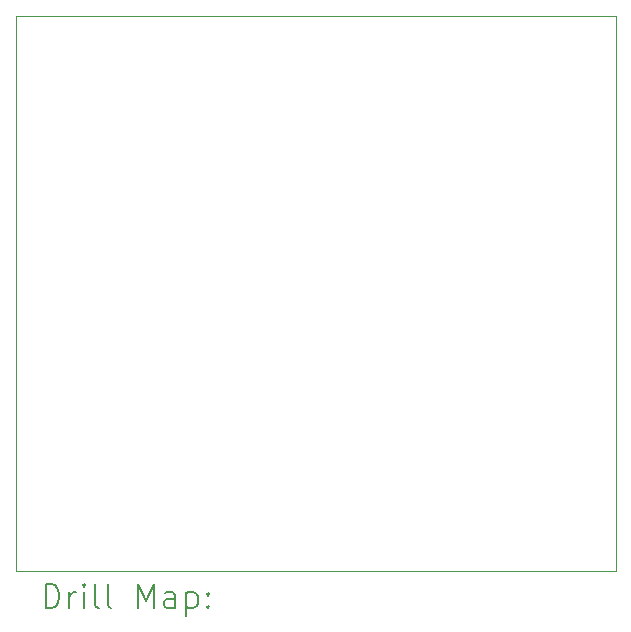
<source format=gbr>
%TF.GenerationSoftware,KiCad,Pcbnew,7.0.7*%
%TF.CreationDate,2024-05-03T13:01:40+03:00*%
%TF.ProjectId,Flip-Flop_lab_project,466c6970-2d46-46c6-9f70-5f6c61625f70,rev?*%
%TF.SameCoordinates,Original*%
%TF.FileFunction,Drillmap*%
%TF.FilePolarity,Positive*%
%FSLAX45Y45*%
G04 Gerber Fmt 4.5, Leading zero omitted, Abs format (unit mm)*
G04 Created by KiCad (PCBNEW 7.0.7) date 2024-05-03 13:01:40*
%MOMM*%
%LPD*%
G01*
G04 APERTURE LIST*
%ADD10C,0.100000*%
%ADD11C,0.200000*%
G04 APERTURE END LIST*
D10*
X17145000Y-7493000D02*
X12065000Y-7493000D01*
X12065000Y-12192000D02*
X12065000Y-7493000D01*
X17145000Y-12192000D02*
X12065000Y-12192000D01*
X17145000Y-7493000D02*
X17145000Y-12192000D01*
D11*
X12320777Y-12508484D02*
X12320777Y-12308484D01*
X12320777Y-12308484D02*
X12368396Y-12308484D01*
X12368396Y-12308484D02*
X12396967Y-12318008D01*
X12396967Y-12318008D02*
X12416015Y-12337055D01*
X12416015Y-12337055D02*
X12425539Y-12356103D01*
X12425539Y-12356103D02*
X12435062Y-12394198D01*
X12435062Y-12394198D02*
X12435062Y-12422769D01*
X12435062Y-12422769D02*
X12425539Y-12460865D01*
X12425539Y-12460865D02*
X12416015Y-12479912D01*
X12416015Y-12479912D02*
X12396967Y-12498960D01*
X12396967Y-12498960D02*
X12368396Y-12508484D01*
X12368396Y-12508484D02*
X12320777Y-12508484D01*
X12520777Y-12508484D02*
X12520777Y-12375150D01*
X12520777Y-12413246D02*
X12530301Y-12394198D01*
X12530301Y-12394198D02*
X12539824Y-12384674D01*
X12539824Y-12384674D02*
X12558872Y-12375150D01*
X12558872Y-12375150D02*
X12577920Y-12375150D01*
X12644586Y-12508484D02*
X12644586Y-12375150D01*
X12644586Y-12308484D02*
X12635062Y-12318008D01*
X12635062Y-12318008D02*
X12644586Y-12327531D01*
X12644586Y-12327531D02*
X12654110Y-12318008D01*
X12654110Y-12318008D02*
X12644586Y-12308484D01*
X12644586Y-12308484D02*
X12644586Y-12327531D01*
X12768396Y-12508484D02*
X12749348Y-12498960D01*
X12749348Y-12498960D02*
X12739824Y-12479912D01*
X12739824Y-12479912D02*
X12739824Y-12308484D01*
X12873158Y-12508484D02*
X12854110Y-12498960D01*
X12854110Y-12498960D02*
X12844586Y-12479912D01*
X12844586Y-12479912D02*
X12844586Y-12308484D01*
X13101729Y-12508484D02*
X13101729Y-12308484D01*
X13101729Y-12308484D02*
X13168396Y-12451341D01*
X13168396Y-12451341D02*
X13235062Y-12308484D01*
X13235062Y-12308484D02*
X13235062Y-12508484D01*
X13416015Y-12508484D02*
X13416015Y-12403722D01*
X13416015Y-12403722D02*
X13406491Y-12384674D01*
X13406491Y-12384674D02*
X13387443Y-12375150D01*
X13387443Y-12375150D02*
X13349348Y-12375150D01*
X13349348Y-12375150D02*
X13330301Y-12384674D01*
X13416015Y-12498960D02*
X13396967Y-12508484D01*
X13396967Y-12508484D02*
X13349348Y-12508484D01*
X13349348Y-12508484D02*
X13330301Y-12498960D01*
X13330301Y-12498960D02*
X13320777Y-12479912D01*
X13320777Y-12479912D02*
X13320777Y-12460865D01*
X13320777Y-12460865D02*
X13330301Y-12441817D01*
X13330301Y-12441817D02*
X13349348Y-12432293D01*
X13349348Y-12432293D02*
X13396967Y-12432293D01*
X13396967Y-12432293D02*
X13416015Y-12422769D01*
X13511253Y-12375150D02*
X13511253Y-12575150D01*
X13511253Y-12384674D02*
X13530301Y-12375150D01*
X13530301Y-12375150D02*
X13568396Y-12375150D01*
X13568396Y-12375150D02*
X13587443Y-12384674D01*
X13587443Y-12384674D02*
X13596967Y-12394198D01*
X13596967Y-12394198D02*
X13606491Y-12413246D01*
X13606491Y-12413246D02*
X13606491Y-12470388D01*
X13606491Y-12470388D02*
X13596967Y-12489436D01*
X13596967Y-12489436D02*
X13587443Y-12498960D01*
X13587443Y-12498960D02*
X13568396Y-12508484D01*
X13568396Y-12508484D02*
X13530301Y-12508484D01*
X13530301Y-12508484D02*
X13511253Y-12498960D01*
X13692205Y-12489436D02*
X13701729Y-12498960D01*
X13701729Y-12498960D02*
X13692205Y-12508484D01*
X13692205Y-12508484D02*
X13682682Y-12498960D01*
X13682682Y-12498960D02*
X13692205Y-12489436D01*
X13692205Y-12489436D02*
X13692205Y-12508484D01*
X13692205Y-12384674D02*
X13701729Y-12394198D01*
X13701729Y-12394198D02*
X13692205Y-12403722D01*
X13692205Y-12403722D02*
X13682682Y-12394198D01*
X13682682Y-12394198D02*
X13692205Y-12384674D01*
X13692205Y-12384674D02*
X13692205Y-12403722D01*
M02*

</source>
